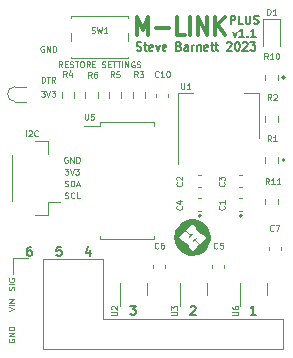
<source format=gbr>
%TF.GenerationSoftware,KiCad,Pcbnew,(6.0.8)*%
%TF.CreationDate,2023-03-27T21:19:56+01:00*%
%TF.ProjectId,m-link-plus,6d2d6c69-6e6b-42d7-906c-75732e6b6963,rev?*%
%TF.SameCoordinates,Original*%
%TF.FileFunction,Legend,Top*%
%TF.FilePolarity,Positive*%
%FSLAX46Y46*%
G04 Gerber Fmt 4.6, Leading zero omitted, Abs format (unit mm)*
G04 Created by KiCad (PCBNEW (6.0.8)) date 2023-03-27 21:19:56*
%MOMM*%
%LPD*%
G01*
G04 APERTURE LIST*
%ADD10C,0.175000*%
%ADD11C,0.200000*%
%ADD12C,0.125000*%
%ADD13C,0.187500*%
%ADD14C,0.350000*%
%ADD15C,0.120000*%
%ADD16C,0.100000*%
G04 APERTURE END LIST*
D10*
X90066666Y-73203571D02*
X90166666Y-73239285D01*
X90333333Y-73239285D01*
X90400000Y-73203571D01*
X90433333Y-73167857D01*
X90466666Y-73096428D01*
X90466666Y-73025000D01*
X90433333Y-72953571D01*
X90400000Y-72917857D01*
X90333333Y-72882142D01*
X90200000Y-72846428D01*
X90133333Y-72810714D01*
X90100000Y-72775000D01*
X90066666Y-72703571D01*
X90066666Y-72632142D01*
X90100000Y-72560714D01*
X90133333Y-72525000D01*
X90200000Y-72489285D01*
X90366666Y-72489285D01*
X90466666Y-72525000D01*
X90666666Y-72739285D02*
X90933333Y-72739285D01*
X90766666Y-72489285D02*
X90766666Y-73132142D01*
X90800000Y-73203571D01*
X90866666Y-73239285D01*
X90933333Y-73239285D01*
X91433333Y-73203571D02*
X91366666Y-73239285D01*
X91233333Y-73239285D01*
X91166666Y-73203571D01*
X91133333Y-73132142D01*
X91133333Y-72846428D01*
X91166666Y-72775000D01*
X91233333Y-72739285D01*
X91366666Y-72739285D01*
X91433333Y-72775000D01*
X91466666Y-72846428D01*
X91466666Y-72917857D01*
X91133333Y-72989285D01*
X91700000Y-72739285D02*
X91866666Y-73239285D01*
X92033333Y-72739285D01*
X92566666Y-73203571D02*
X92500000Y-73239285D01*
X92366666Y-73239285D01*
X92300000Y-73203571D01*
X92266666Y-73132142D01*
X92266666Y-72846428D01*
X92300000Y-72775000D01*
X92366666Y-72739285D01*
X92500000Y-72739285D01*
X92566666Y-72775000D01*
X92600000Y-72846428D01*
X92600000Y-72917857D01*
X92266666Y-72989285D01*
X93666666Y-72846428D02*
X93766666Y-72882142D01*
X93800000Y-72917857D01*
X93833333Y-72989285D01*
X93833333Y-73096428D01*
X93800000Y-73167857D01*
X93766666Y-73203571D01*
X93700000Y-73239285D01*
X93433333Y-73239285D01*
X93433333Y-72489285D01*
X93666666Y-72489285D01*
X93733333Y-72525000D01*
X93766666Y-72560714D01*
X93800000Y-72632142D01*
X93800000Y-72703571D01*
X93766666Y-72775000D01*
X93733333Y-72810714D01*
X93666666Y-72846428D01*
X93433333Y-72846428D01*
X94433333Y-73239285D02*
X94433333Y-72846428D01*
X94400000Y-72775000D01*
X94333333Y-72739285D01*
X94200000Y-72739285D01*
X94133333Y-72775000D01*
X94433333Y-73203571D02*
X94366666Y-73239285D01*
X94200000Y-73239285D01*
X94133333Y-73203571D01*
X94100000Y-73132142D01*
X94100000Y-73060714D01*
X94133333Y-72989285D01*
X94200000Y-72953571D01*
X94366666Y-72953571D01*
X94433333Y-72917857D01*
X94766666Y-73239285D02*
X94766666Y-72739285D01*
X94766666Y-72882142D02*
X94800000Y-72810714D01*
X94833333Y-72775000D01*
X94900000Y-72739285D01*
X94966666Y-72739285D01*
X95200000Y-72739285D02*
X95200000Y-73239285D01*
X95200000Y-72810714D02*
X95233333Y-72775000D01*
X95300000Y-72739285D01*
X95400000Y-72739285D01*
X95466666Y-72775000D01*
X95500000Y-72846428D01*
X95500000Y-73239285D01*
X96100000Y-73203571D02*
X96033333Y-73239285D01*
X95900000Y-73239285D01*
X95833333Y-73203571D01*
X95800000Y-73132142D01*
X95800000Y-72846428D01*
X95833333Y-72775000D01*
X95900000Y-72739285D01*
X96033333Y-72739285D01*
X96100000Y-72775000D01*
X96133333Y-72846428D01*
X96133333Y-72917857D01*
X95800000Y-72989285D01*
X96333333Y-72739285D02*
X96600000Y-72739285D01*
X96433333Y-72489285D02*
X96433333Y-73132142D01*
X96466666Y-73203571D01*
X96533333Y-73239285D01*
X96600000Y-73239285D01*
X96733333Y-72739285D02*
X97000000Y-72739285D01*
X96833333Y-72489285D02*
X96833333Y-73132142D01*
X96866666Y-73203571D01*
X96933333Y-73239285D01*
X97000000Y-73239285D01*
X97733333Y-72560714D02*
X97766666Y-72525000D01*
X97833333Y-72489285D01*
X98000000Y-72489285D01*
X98066666Y-72525000D01*
X98100000Y-72560714D01*
X98133333Y-72632142D01*
X98133333Y-72703571D01*
X98100000Y-72810714D01*
X97700000Y-73239285D01*
X98133333Y-73239285D01*
X98566666Y-72489285D02*
X98633333Y-72489285D01*
X98700000Y-72525000D01*
X98733333Y-72560714D01*
X98766666Y-72632142D01*
X98800000Y-72775000D01*
X98800000Y-72953571D01*
X98766666Y-73096428D01*
X98733333Y-73167857D01*
X98700000Y-73203571D01*
X98633333Y-73239285D01*
X98566666Y-73239285D01*
X98500000Y-73203571D01*
X98466666Y-73167857D01*
X98433333Y-73096428D01*
X98400000Y-72953571D01*
X98400000Y-72775000D01*
X98433333Y-72632142D01*
X98466666Y-72560714D01*
X98500000Y-72525000D01*
X98566666Y-72489285D01*
X99066666Y-72560714D02*
X99100000Y-72525000D01*
X99166666Y-72489285D01*
X99333333Y-72489285D01*
X99400000Y-72525000D01*
X99433333Y-72560714D01*
X99466666Y-72632142D01*
X99466666Y-72703571D01*
X99433333Y-72810714D01*
X99033333Y-73239285D01*
X99466666Y-73239285D01*
X99700000Y-72489285D02*
X100133333Y-72489285D01*
X99900000Y-72775000D01*
X100000000Y-72775000D01*
X100066666Y-72810714D01*
X100100000Y-72846428D01*
X100133333Y-72917857D01*
X100133333Y-73096428D01*
X100100000Y-73167857D01*
X100066666Y-73203571D01*
X100000000Y-73239285D01*
X99800000Y-73239285D01*
X99733333Y-73203571D01*
X99700000Y-73167857D01*
D11*
X99000000Y-87200000D02*
G75*
G03*
X99000000Y-87200000I-100000J0D01*
G01*
X102600000Y-82500000D02*
G75*
G03*
X102600000Y-82500000I-100000J0D01*
G01*
X95500000Y-87200000D02*
G75*
G03*
X95500000Y-87200000I-100000J0D01*
G01*
X102600000Y-75500000D02*
G75*
G03*
X102600000Y-75500000I-100000J0D01*
G01*
D12*
X83980952Y-83226190D02*
X84290476Y-83226190D01*
X84123809Y-83416666D01*
X84195238Y-83416666D01*
X84242857Y-83440476D01*
X84266666Y-83464285D01*
X84290476Y-83511904D01*
X84290476Y-83630952D01*
X84266666Y-83678571D01*
X84242857Y-83702380D01*
X84195238Y-83726190D01*
X84052380Y-83726190D01*
X84004761Y-83702380D01*
X83980952Y-83678571D01*
X84433333Y-83226190D02*
X84600000Y-83726190D01*
X84766666Y-83226190D01*
X84885714Y-83226190D02*
X85195238Y-83226190D01*
X85028571Y-83416666D01*
X85100000Y-83416666D01*
X85147619Y-83440476D01*
X85171428Y-83464285D01*
X85195238Y-83511904D01*
X85195238Y-83630952D01*
X85171428Y-83678571D01*
X85147619Y-83702380D01*
X85100000Y-83726190D01*
X84957142Y-83726190D01*
X84909523Y-83702380D01*
X84885714Y-83678571D01*
X79250000Y-97630952D02*
X79226190Y-97678571D01*
X79226190Y-97750000D01*
X79250000Y-97821428D01*
X79297619Y-97869047D01*
X79345238Y-97892857D01*
X79440476Y-97916666D01*
X79511904Y-97916666D01*
X79607142Y-97892857D01*
X79654761Y-97869047D01*
X79702380Y-97821428D01*
X79726190Y-97750000D01*
X79726190Y-97702380D01*
X79702380Y-97630952D01*
X79678571Y-97607142D01*
X79511904Y-97607142D01*
X79511904Y-97702380D01*
X79726190Y-97392857D02*
X79226190Y-97392857D01*
X79726190Y-97107142D01*
X79226190Y-97107142D01*
X79726190Y-96869047D02*
X79226190Y-96869047D01*
X79226190Y-96750000D01*
X79250000Y-96678571D01*
X79297619Y-96630952D01*
X79345238Y-96607142D01*
X79440476Y-96583333D01*
X79511904Y-96583333D01*
X79607142Y-96607142D01*
X79654761Y-96630952D01*
X79702380Y-96678571D01*
X79726190Y-96750000D01*
X79726190Y-96869047D01*
X79226190Y-95297619D02*
X79726190Y-95130952D01*
X79226190Y-94964285D01*
X79726190Y-94797619D02*
X79226190Y-94797619D01*
X79726190Y-94559523D02*
X79226190Y-94559523D01*
X79726190Y-94273809D01*
X79226190Y-94273809D01*
D13*
X81142857Y-89839285D02*
X81000000Y-89839285D01*
X80928571Y-89875000D01*
X80892857Y-89910714D01*
X80821428Y-90017857D01*
X80785714Y-90160714D01*
X80785714Y-90446428D01*
X80821428Y-90517857D01*
X80857142Y-90553571D01*
X80928571Y-90589285D01*
X81071428Y-90589285D01*
X81142857Y-90553571D01*
X81178571Y-90517857D01*
X81214285Y-90446428D01*
X81214285Y-90267857D01*
X81178571Y-90196428D01*
X81142857Y-90160714D01*
X81071428Y-90125000D01*
X80928571Y-90125000D01*
X80857142Y-90160714D01*
X80821428Y-90196428D01*
X80785714Y-90267857D01*
D12*
X82219047Y-72850000D02*
X82171428Y-72826190D01*
X82100000Y-72826190D01*
X82028571Y-72850000D01*
X81980952Y-72897619D01*
X81957142Y-72945238D01*
X81933333Y-73040476D01*
X81933333Y-73111904D01*
X81957142Y-73207142D01*
X81980952Y-73254761D01*
X82028571Y-73302380D01*
X82100000Y-73326190D01*
X82147619Y-73326190D01*
X82219047Y-73302380D01*
X82242857Y-73278571D01*
X82242857Y-73111904D01*
X82147619Y-73111904D01*
X82457142Y-73326190D02*
X82457142Y-72826190D01*
X82742857Y-73326190D01*
X82742857Y-72826190D01*
X82980952Y-73326190D02*
X82980952Y-72826190D01*
X83100000Y-72826190D01*
X83171428Y-72850000D01*
X83219047Y-72897619D01*
X83242857Y-72945238D01*
X83266666Y-73040476D01*
X83266666Y-73111904D01*
X83242857Y-73207142D01*
X83219047Y-73254761D01*
X83171428Y-73302380D01*
X83100000Y-73326190D01*
X82980952Y-73326190D01*
X81980952Y-76626190D02*
X82290476Y-76626190D01*
X82123809Y-76816666D01*
X82195238Y-76816666D01*
X82242857Y-76840476D01*
X82266666Y-76864285D01*
X82290476Y-76911904D01*
X82290476Y-77030952D01*
X82266666Y-77078571D01*
X82242857Y-77102380D01*
X82195238Y-77126190D01*
X82052380Y-77126190D01*
X82004761Y-77102380D01*
X81980952Y-77078571D01*
X82433333Y-76626190D02*
X82600000Y-77126190D01*
X82766666Y-76626190D01*
X82885714Y-76626190D02*
X83195238Y-76626190D01*
X83028571Y-76816666D01*
X83100000Y-76816666D01*
X83147619Y-76840476D01*
X83171428Y-76864285D01*
X83195238Y-76911904D01*
X83195238Y-77030952D01*
X83171428Y-77078571D01*
X83147619Y-77102380D01*
X83100000Y-77126190D01*
X82957142Y-77126190D01*
X82909523Y-77102380D01*
X82885714Y-77078571D01*
D14*
X90133333Y-71878571D02*
X90133333Y-70378571D01*
X90600000Y-71450000D01*
X91066666Y-70378571D01*
X91066666Y-71878571D01*
X91733333Y-71307142D02*
X92800000Y-71307142D01*
X94133333Y-71878571D02*
X93466666Y-71878571D01*
X93466666Y-70378571D01*
X94600000Y-71878571D02*
X94600000Y-70378571D01*
X95266666Y-71878571D02*
X95266666Y-70378571D01*
X96066666Y-71878571D01*
X96066666Y-70378571D01*
X96733333Y-71878571D02*
X96733333Y-70378571D01*
X97533333Y-71878571D02*
X96933333Y-71021428D01*
X97533333Y-70378571D02*
X96733333Y-71235714D01*
D12*
X82028571Y-75926190D02*
X82028571Y-75426190D01*
X82147619Y-75426190D01*
X82219047Y-75450000D01*
X82266666Y-75497619D01*
X82290476Y-75545238D01*
X82314285Y-75640476D01*
X82314285Y-75711904D01*
X82290476Y-75807142D01*
X82266666Y-75854761D01*
X82219047Y-75902380D01*
X82147619Y-75926190D01*
X82028571Y-75926190D01*
X82457142Y-75426190D02*
X82742857Y-75426190D01*
X82600000Y-75926190D02*
X82600000Y-75426190D01*
X83195238Y-75926190D02*
X83028571Y-75688095D01*
X82909523Y-75926190D02*
X82909523Y-75426190D01*
X83100000Y-75426190D01*
X83147619Y-75450000D01*
X83171428Y-75473809D01*
X83195238Y-75521428D01*
X83195238Y-75592857D01*
X83171428Y-75640476D01*
X83147619Y-75664285D01*
X83100000Y-75688095D01*
X82909523Y-75688095D01*
D10*
X98033333Y-70953166D02*
X98033333Y-70253166D01*
X98300000Y-70253166D01*
X98366666Y-70286500D01*
X98400000Y-70319833D01*
X98433333Y-70386500D01*
X98433333Y-70486500D01*
X98400000Y-70553166D01*
X98366666Y-70586500D01*
X98300000Y-70619833D01*
X98033333Y-70619833D01*
X99066666Y-70953166D02*
X98733333Y-70953166D01*
X98733333Y-70253166D01*
X99300000Y-70253166D02*
X99300000Y-70819833D01*
X99333333Y-70886500D01*
X99366666Y-70919833D01*
X99433333Y-70953166D01*
X99566666Y-70953166D01*
X99633333Y-70919833D01*
X99666666Y-70886500D01*
X99700000Y-70819833D01*
X99700000Y-70253166D01*
X100000000Y-70919833D02*
X100100000Y-70953166D01*
X100266666Y-70953166D01*
X100333333Y-70919833D01*
X100366666Y-70886500D01*
X100400000Y-70819833D01*
X100400000Y-70753166D01*
X100366666Y-70686500D01*
X100333333Y-70653166D01*
X100266666Y-70619833D01*
X100133333Y-70586500D01*
X100066666Y-70553166D01*
X100033333Y-70519833D01*
X100000000Y-70453166D01*
X100000000Y-70386500D01*
X100033333Y-70319833D01*
X100066666Y-70286500D01*
X100133333Y-70253166D01*
X100300000Y-70253166D01*
X100400000Y-70286500D01*
X98200000Y-71613500D02*
X98366666Y-72080166D01*
X98533333Y-71613500D01*
X99166666Y-72080166D02*
X98766666Y-72080166D01*
X98966666Y-72080166D02*
X98966666Y-71380166D01*
X98900000Y-71480166D01*
X98833333Y-71546833D01*
X98766666Y-71580166D01*
X99466666Y-72013500D02*
X99500000Y-72046833D01*
X99466666Y-72080166D01*
X99433333Y-72046833D01*
X99466666Y-72013500D01*
X99466666Y-72080166D01*
X100166666Y-72080166D02*
X99766666Y-72080166D01*
X99966666Y-72080166D02*
X99966666Y-71380166D01*
X99900000Y-71480166D01*
X99833333Y-71546833D01*
X99766666Y-71580166D01*
D12*
X84219047Y-82250000D02*
X84171428Y-82226190D01*
X84100000Y-82226190D01*
X84028571Y-82250000D01*
X83980952Y-82297619D01*
X83957142Y-82345238D01*
X83933333Y-82440476D01*
X83933333Y-82511904D01*
X83957142Y-82607142D01*
X83980952Y-82654761D01*
X84028571Y-82702380D01*
X84100000Y-82726190D01*
X84147619Y-82726190D01*
X84219047Y-82702380D01*
X84242857Y-82678571D01*
X84242857Y-82511904D01*
X84147619Y-82511904D01*
X84457142Y-82726190D02*
X84457142Y-82226190D01*
X84742857Y-82726190D01*
X84742857Y-82226190D01*
X84980952Y-82726190D02*
X84980952Y-82226190D01*
X85100000Y-82226190D01*
X85171428Y-82250000D01*
X85219047Y-82297619D01*
X85242857Y-82345238D01*
X85266666Y-82440476D01*
X85266666Y-82511904D01*
X85242857Y-82607142D01*
X85219047Y-82654761D01*
X85171428Y-82702380D01*
X85100000Y-82726190D01*
X84980952Y-82726190D01*
X84004761Y-85702380D02*
X84076190Y-85726190D01*
X84195238Y-85726190D01*
X84242857Y-85702380D01*
X84266666Y-85678571D01*
X84290476Y-85630952D01*
X84290476Y-85583333D01*
X84266666Y-85535714D01*
X84242857Y-85511904D01*
X84195238Y-85488095D01*
X84100000Y-85464285D01*
X84052380Y-85440476D01*
X84028571Y-85416666D01*
X84004761Y-85369047D01*
X84004761Y-85321428D01*
X84028571Y-85273809D01*
X84052380Y-85250000D01*
X84100000Y-85226190D01*
X84219047Y-85226190D01*
X84290476Y-85250000D01*
X84790476Y-85678571D02*
X84766666Y-85702380D01*
X84695238Y-85726190D01*
X84647619Y-85726190D01*
X84576190Y-85702380D01*
X84528571Y-85654761D01*
X84504761Y-85607142D01*
X84480952Y-85511904D01*
X84480952Y-85440476D01*
X84504761Y-85345238D01*
X84528571Y-85297619D01*
X84576190Y-85250000D01*
X84647619Y-85226190D01*
X84695238Y-85226190D01*
X84766666Y-85250000D01*
X84790476Y-85273809D01*
X85242857Y-85726190D02*
X85004761Y-85726190D01*
X85004761Y-85226190D01*
X83992857Y-84702380D02*
X84064285Y-84726190D01*
X84183333Y-84726190D01*
X84230952Y-84702380D01*
X84254761Y-84678571D01*
X84278571Y-84630952D01*
X84278571Y-84583333D01*
X84254761Y-84535714D01*
X84230952Y-84511904D01*
X84183333Y-84488095D01*
X84088095Y-84464285D01*
X84040476Y-84440476D01*
X84016666Y-84416666D01*
X83992857Y-84369047D01*
X83992857Y-84321428D01*
X84016666Y-84273809D01*
X84040476Y-84250000D01*
X84088095Y-84226190D01*
X84207142Y-84226190D01*
X84278571Y-84250000D01*
X84492857Y-84726190D02*
X84492857Y-84226190D01*
X84611904Y-84226190D01*
X84683333Y-84250000D01*
X84730952Y-84297619D01*
X84754761Y-84345238D01*
X84778571Y-84440476D01*
X84778571Y-84511904D01*
X84754761Y-84607142D01*
X84730952Y-84654761D01*
X84683333Y-84702380D01*
X84611904Y-84726190D01*
X84492857Y-84726190D01*
X84969047Y-84583333D02*
X85207142Y-84583333D01*
X84921428Y-84726190D02*
X85088095Y-84226190D01*
X85254761Y-84726190D01*
D13*
X100144285Y-95589285D02*
X99715714Y-95589285D01*
X99930000Y-95589285D02*
X99930000Y-94839285D01*
X99858571Y-94946428D01*
X99787142Y-95017857D01*
X99715714Y-95053571D01*
X94660714Y-94910714D02*
X94696428Y-94875000D01*
X94767857Y-94839285D01*
X94946428Y-94839285D01*
X95017857Y-94875000D01*
X95053571Y-94910714D01*
X95089285Y-94982142D01*
X95089285Y-95053571D01*
X95053571Y-95160714D01*
X94625000Y-95589285D01*
X95089285Y-95589285D01*
X83678571Y-89839285D02*
X83321428Y-89839285D01*
X83285714Y-90196428D01*
X83321428Y-90160714D01*
X83392857Y-90125000D01*
X83571428Y-90125000D01*
X83642857Y-90160714D01*
X83678571Y-90196428D01*
X83714285Y-90267857D01*
X83714285Y-90446428D01*
X83678571Y-90517857D01*
X83642857Y-90553571D01*
X83571428Y-90589285D01*
X83392857Y-90589285D01*
X83321428Y-90553571D01*
X83285714Y-90517857D01*
X89545000Y-94839285D02*
X90009285Y-94839285D01*
X89759285Y-95125000D01*
X89866428Y-95125000D01*
X89937857Y-95160714D01*
X89973571Y-95196428D01*
X90009285Y-95267857D01*
X90009285Y-95446428D01*
X89973571Y-95517857D01*
X89937857Y-95553571D01*
X89866428Y-95589285D01*
X89652142Y-95589285D01*
X89580714Y-95553571D01*
X89545000Y-95517857D01*
D12*
X79702380Y-93511904D02*
X79726190Y-93440476D01*
X79726190Y-93321428D01*
X79702380Y-93273809D01*
X79678571Y-93250000D01*
X79630952Y-93226190D01*
X79583333Y-93226190D01*
X79535714Y-93250000D01*
X79511904Y-93273809D01*
X79488095Y-93321428D01*
X79464285Y-93416666D01*
X79440476Y-93464285D01*
X79416666Y-93488095D01*
X79369047Y-93511904D01*
X79321428Y-93511904D01*
X79273809Y-93488095D01*
X79250000Y-93464285D01*
X79226190Y-93416666D01*
X79226190Y-93297619D01*
X79250000Y-93226190D01*
X79726190Y-93011904D02*
X79226190Y-93011904D01*
X79250000Y-92511904D02*
X79226190Y-92559523D01*
X79226190Y-92630952D01*
X79250000Y-92702380D01*
X79297619Y-92750000D01*
X79345238Y-92773809D01*
X79440476Y-92797619D01*
X79511904Y-92797619D01*
X79607142Y-92773809D01*
X79654761Y-92750000D01*
X79702380Y-92702380D01*
X79726190Y-92630952D01*
X79726190Y-92583333D01*
X79702380Y-92511904D01*
X79678571Y-92488095D01*
X79511904Y-92488095D01*
X79511904Y-92583333D01*
D13*
X86142857Y-90089285D02*
X86142857Y-90589285D01*
X85964285Y-89803571D02*
X85785714Y-90339285D01*
X86250000Y-90339285D01*
D12*
%TO.C,C10*%
X91928571Y-75403571D02*
X91904761Y-75427380D01*
X91833333Y-75451190D01*
X91785714Y-75451190D01*
X91714285Y-75427380D01*
X91666666Y-75379761D01*
X91642857Y-75332142D01*
X91619047Y-75236904D01*
X91619047Y-75165476D01*
X91642857Y-75070238D01*
X91666666Y-75022619D01*
X91714285Y-74975000D01*
X91785714Y-74951190D01*
X91833333Y-74951190D01*
X91904761Y-74975000D01*
X91928571Y-74998809D01*
X92404761Y-75451190D02*
X92119047Y-75451190D01*
X92261904Y-75451190D02*
X92261904Y-74951190D01*
X92214285Y-75022619D01*
X92166666Y-75070238D01*
X92119047Y-75094047D01*
X92714285Y-74951190D02*
X92761904Y-74951190D01*
X92809523Y-74975000D01*
X92833333Y-74998809D01*
X92857142Y-75046428D01*
X92880952Y-75141666D01*
X92880952Y-75260714D01*
X92857142Y-75355952D01*
X92833333Y-75403571D01*
X92809523Y-75427380D01*
X92761904Y-75451190D01*
X92714285Y-75451190D01*
X92666666Y-75427380D01*
X92642857Y-75403571D01*
X92619047Y-75355952D01*
X92595238Y-75260714D01*
X92595238Y-75141666D01*
X92619047Y-75046428D01*
X92642857Y-74998809D01*
X92666666Y-74975000D01*
X92714285Y-74951190D01*
%TO.C,R1*%
X101466666Y-80901190D02*
X101300000Y-80663095D01*
X101180952Y-80901190D02*
X101180952Y-80401190D01*
X101371428Y-80401190D01*
X101419047Y-80425000D01*
X101442857Y-80448809D01*
X101466666Y-80496428D01*
X101466666Y-80567857D01*
X101442857Y-80615476D01*
X101419047Y-80639285D01*
X101371428Y-80663095D01*
X101180952Y-80663095D01*
X101942857Y-80901190D02*
X101657142Y-80901190D01*
X101800000Y-80901190D02*
X101800000Y-80401190D01*
X101752380Y-80472619D01*
X101704761Y-80520238D01*
X101657142Y-80544047D01*
%TO.C,U3*%
X93001190Y-95630952D02*
X93405952Y-95630952D01*
X93453571Y-95607142D01*
X93477380Y-95583333D01*
X93501190Y-95535714D01*
X93501190Y-95440476D01*
X93477380Y-95392857D01*
X93453571Y-95369047D01*
X93405952Y-95345238D01*
X93001190Y-95345238D01*
X93001190Y-95154761D02*
X93001190Y-94845238D01*
X93191666Y-95011904D01*
X93191666Y-94940476D01*
X93215476Y-94892857D01*
X93239285Y-94869047D01*
X93286904Y-94845238D01*
X93405952Y-94845238D01*
X93453571Y-94869047D01*
X93477380Y-94892857D01*
X93501190Y-94940476D01*
X93501190Y-95083333D01*
X93477380Y-95130952D01*
X93453571Y-95154761D01*
%TO.C,U1*%
X93839047Y-75976190D02*
X93839047Y-76380952D01*
X93862857Y-76428571D01*
X93886666Y-76452380D01*
X93934285Y-76476190D01*
X94029523Y-76476190D01*
X94077142Y-76452380D01*
X94100952Y-76428571D01*
X94124761Y-76380952D01*
X94124761Y-75976190D01*
X94624761Y-76476190D02*
X94339047Y-76476190D01*
X94481904Y-76476190D02*
X94481904Y-75976190D01*
X94434285Y-76047619D01*
X94386666Y-76095238D01*
X94339047Y-76119047D01*
%TO.C,D1*%
X101130952Y-70188690D02*
X101130952Y-69688690D01*
X101250000Y-69688690D01*
X101321428Y-69712500D01*
X101369047Y-69760119D01*
X101392857Y-69807738D01*
X101416666Y-69902976D01*
X101416666Y-69974404D01*
X101392857Y-70069642D01*
X101369047Y-70117261D01*
X101321428Y-70164880D01*
X101250000Y-70188690D01*
X101130952Y-70188690D01*
X101892857Y-70188690D02*
X101607142Y-70188690D01*
X101750000Y-70188690D02*
X101750000Y-69688690D01*
X101702380Y-69760119D01*
X101654761Y-69807738D01*
X101607142Y-69831547D01*
%TO.C,SW1*%
X86258333Y-71702380D02*
X86329761Y-71726190D01*
X86448809Y-71726190D01*
X86496428Y-71702380D01*
X86520238Y-71678571D01*
X86544047Y-71630952D01*
X86544047Y-71583333D01*
X86520238Y-71535714D01*
X86496428Y-71511904D01*
X86448809Y-71488095D01*
X86353571Y-71464285D01*
X86305952Y-71440476D01*
X86282142Y-71416666D01*
X86258333Y-71369047D01*
X86258333Y-71321428D01*
X86282142Y-71273809D01*
X86305952Y-71250000D01*
X86353571Y-71226190D01*
X86472619Y-71226190D01*
X86544047Y-71250000D01*
X86710714Y-71226190D02*
X86829761Y-71726190D01*
X86925000Y-71369047D01*
X87020238Y-71726190D01*
X87139285Y-71226190D01*
X87591666Y-71726190D02*
X87305952Y-71726190D01*
X87448809Y-71726190D02*
X87448809Y-71226190D01*
X87401190Y-71297619D01*
X87353571Y-71345238D01*
X87305952Y-71369047D01*
X83782142Y-74626190D02*
X83615476Y-74388095D01*
X83496428Y-74626190D02*
X83496428Y-74126190D01*
X83686904Y-74126190D01*
X83734523Y-74150000D01*
X83758333Y-74173809D01*
X83782142Y-74221428D01*
X83782142Y-74292857D01*
X83758333Y-74340476D01*
X83734523Y-74364285D01*
X83686904Y-74388095D01*
X83496428Y-74388095D01*
X83996428Y-74364285D02*
X84163095Y-74364285D01*
X84234523Y-74626190D02*
X83996428Y-74626190D01*
X83996428Y-74126190D01*
X84234523Y-74126190D01*
X84425000Y-74602380D02*
X84496428Y-74626190D01*
X84615476Y-74626190D01*
X84663095Y-74602380D01*
X84686904Y-74578571D01*
X84710714Y-74530952D01*
X84710714Y-74483333D01*
X84686904Y-74435714D01*
X84663095Y-74411904D01*
X84615476Y-74388095D01*
X84520238Y-74364285D01*
X84472619Y-74340476D01*
X84448809Y-74316666D01*
X84425000Y-74269047D01*
X84425000Y-74221428D01*
X84448809Y-74173809D01*
X84472619Y-74150000D01*
X84520238Y-74126190D01*
X84639285Y-74126190D01*
X84710714Y-74150000D01*
X84853571Y-74126190D02*
X85139285Y-74126190D01*
X84996428Y-74626190D02*
X84996428Y-74126190D01*
X85401190Y-74126190D02*
X85496428Y-74126190D01*
X85544047Y-74150000D01*
X85591666Y-74197619D01*
X85615476Y-74292857D01*
X85615476Y-74459523D01*
X85591666Y-74554761D01*
X85544047Y-74602380D01*
X85496428Y-74626190D01*
X85401190Y-74626190D01*
X85353571Y-74602380D01*
X85305952Y-74554761D01*
X85282142Y-74459523D01*
X85282142Y-74292857D01*
X85305952Y-74197619D01*
X85353571Y-74150000D01*
X85401190Y-74126190D01*
X86115476Y-74626190D02*
X85948809Y-74388095D01*
X85829761Y-74626190D02*
X85829761Y-74126190D01*
X86020238Y-74126190D01*
X86067857Y-74150000D01*
X86091666Y-74173809D01*
X86115476Y-74221428D01*
X86115476Y-74292857D01*
X86091666Y-74340476D01*
X86067857Y-74364285D01*
X86020238Y-74388095D01*
X85829761Y-74388095D01*
X86329761Y-74364285D02*
X86496428Y-74364285D01*
X86567857Y-74626190D02*
X86329761Y-74626190D01*
X86329761Y-74126190D01*
X86567857Y-74126190D01*
X87139285Y-74602380D02*
X87210714Y-74626190D01*
X87329761Y-74626190D01*
X87377380Y-74602380D01*
X87401190Y-74578571D01*
X87425000Y-74530952D01*
X87425000Y-74483333D01*
X87401190Y-74435714D01*
X87377380Y-74411904D01*
X87329761Y-74388095D01*
X87234523Y-74364285D01*
X87186904Y-74340476D01*
X87163095Y-74316666D01*
X87139285Y-74269047D01*
X87139285Y-74221428D01*
X87163095Y-74173809D01*
X87186904Y-74150000D01*
X87234523Y-74126190D01*
X87353571Y-74126190D01*
X87425000Y-74150000D01*
X87639285Y-74364285D02*
X87805952Y-74364285D01*
X87877380Y-74626190D02*
X87639285Y-74626190D01*
X87639285Y-74126190D01*
X87877380Y-74126190D01*
X88020238Y-74126190D02*
X88305952Y-74126190D01*
X88163095Y-74626190D02*
X88163095Y-74126190D01*
X88401190Y-74126190D02*
X88686904Y-74126190D01*
X88544047Y-74626190D02*
X88544047Y-74126190D01*
X88853571Y-74626190D02*
X88853571Y-74126190D01*
X89091666Y-74626190D02*
X89091666Y-74126190D01*
X89377380Y-74626190D01*
X89377380Y-74126190D01*
X89877380Y-74150000D02*
X89829761Y-74126190D01*
X89758333Y-74126190D01*
X89686904Y-74150000D01*
X89639285Y-74197619D01*
X89615476Y-74245238D01*
X89591666Y-74340476D01*
X89591666Y-74411904D01*
X89615476Y-74507142D01*
X89639285Y-74554761D01*
X89686904Y-74602380D01*
X89758333Y-74626190D01*
X89805952Y-74626190D01*
X89877380Y-74602380D01*
X89901190Y-74578571D01*
X89901190Y-74411904D01*
X89805952Y-74411904D01*
X90091666Y-74602380D02*
X90163095Y-74626190D01*
X90282142Y-74626190D01*
X90329761Y-74602380D01*
X90353571Y-74578571D01*
X90377380Y-74530952D01*
X90377380Y-74483333D01*
X90353571Y-74435714D01*
X90329761Y-74411904D01*
X90282142Y-74388095D01*
X90186904Y-74364285D01*
X90139285Y-74340476D01*
X90115476Y-74316666D01*
X90091666Y-74269047D01*
X90091666Y-74221428D01*
X90115476Y-74173809D01*
X90139285Y-74150000D01*
X90186904Y-74126190D01*
X90305952Y-74126190D01*
X90377380Y-74150000D01*
%TO.C,U6*%
X98181190Y-95630952D02*
X98585952Y-95630952D01*
X98633571Y-95607142D01*
X98657380Y-95583333D01*
X98681190Y-95535714D01*
X98681190Y-95440476D01*
X98657380Y-95392857D01*
X98633571Y-95369047D01*
X98585952Y-95345238D01*
X98181190Y-95345238D01*
X98181190Y-94892857D02*
X98181190Y-94988095D01*
X98205000Y-95035714D01*
X98228809Y-95059523D01*
X98300238Y-95107142D01*
X98395476Y-95130952D01*
X98585952Y-95130952D01*
X98633571Y-95107142D01*
X98657380Y-95083333D01*
X98681190Y-95035714D01*
X98681190Y-94940476D01*
X98657380Y-94892857D01*
X98633571Y-94869047D01*
X98585952Y-94845238D01*
X98466904Y-94845238D01*
X98419285Y-94869047D01*
X98395476Y-94892857D01*
X98371666Y-94940476D01*
X98371666Y-95035714D01*
X98395476Y-95083333D01*
X98419285Y-95107142D01*
X98466904Y-95130952D01*
%TO.C,C1*%
X97478571Y-86383333D02*
X97502380Y-86407142D01*
X97526190Y-86478571D01*
X97526190Y-86526190D01*
X97502380Y-86597619D01*
X97454761Y-86645238D01*
X97407142Y-86669047D01*
X97311904Y-86692857D01*
X97240476Y-86692857D01*
X97145238Y-86669047D01*
X97097619Y-86645238D01*
X97050000Y-86597619D01*
X97026190Y-86526190D01*
X97026190Y-86478571D01*
X97050000Y-86407142D01*
X97073809Y-86383333D01*
X97526190Y-85907142D02*
X97526190Y-86192857D01*
X97526190Y-86050000D02*
X97026190Y-86050000D01*
X97097619Y-86097619D01*
X97145238Y-86145238D01*
X97169047Y-86192857D01*
%TO.C,C3*%
X97478571Y-84383333D02*
X97502380Y-84407142D01*
X97526190Y-84478571D01*
X97526190Y-84526190D01*
X97502380Y-84597619D01*
X97454761Y-84645238D01*
X97407142Y-84669047D01*
X97311904Y-84692857D01*
X97240476Y-84692857D01*
X97145238Y-84669047D01*
X97097619Y-84645238D01*
X97050000Y-84597619D01*
X97026190Y-84526190D01*
X97026190Y-84478571D01*
X97050000Y-84407142D01*
X97073809Y-84383333D01*
X97026190Y-84216666D02*
X97026190Y-83907142D01*
X97216666Y-84073809D01*
X97216666Y-84002380D01*
X97240476Y-83954761D01*
X97264285Y-83930952D01*
X97311904Y-83907142D01*
X97430952Y-83907142D01*
X97478571Y-83930952D01*
X97502380Y-83954761D01*
X97526190Y-84002380D01*
X97526190Y-84145238D01*
X97502380Y-84192857D01*
X97478571Y-84216666D01*
%TO.C,C7*%
X101666666Y-88428571D02*
X101642857Y-88452380D01*
X101571428Y-88476190D01*
X101523809Y-88476190D01*
X101452380Y-88452380D01*
X101404761Y-88404761D01*
X101380952Y-88357142D01*
X101357142Y-88261904D01*
X101357142Y-88190476D01*
X101380952Y-88095238D01*
X101404761Y-88047619D01*
X101452380Y-88000000D01*
X101523809Y-87976190D01*
X101571428Y-87976190D01*
X101642857Y-88000000D01*
X101666666Y-88023809D01*
X101833333Y-87976190D02*
X102166666Y-87976190D01*
X101952380Y-88476190D01*
%TO.C,U2*%
X87921190Y-95630952D02*
X88325952Y-95630952D01*
X88373571Y-95607142D01*
X88397380Y-95583333D01*
X88421190Y-95535714D01*
X88421190Y-95440476D01*
X88397380Y-95392857D01*
X88373571Y-95369047D01*
X88325952Y-95345238D01*
X87921190Y-95345238D01*
X87968809Y-95130952D02*
X87945000Y-95107142D01*
X87921190Y-95059523D01*
X87921190Y-94940476D01*
X87945000Y-94892857D01*
X87968809Y-94869047D01*
X88016428Y-94845238D01*
X88064047Y-94845238D01*
X88135476Y-94869047D01*
X88421190Y-95154761D01*
X88421190Y-94845238D01*
%TO.C,C4*%
X93878571Y-86383333D02*
X93902380Y-86407142D01*
X93926190Y-86478571D01*
X93926190Y-86526190D01*
X93902380Y-86597619D01*
X93854761Y-86645238D01*
X93807142Y-86669047D01*
X93711904Y-86692857D01*
X93640476Y-86692857D01*
X93545238Y-86669047D01*
X93497619Y-86645238D01*
X93450000Y-86597619D01*
X93426190Y-86526190D01*
X93426190Y-86478571D01*
X93450000Y-86407142D01*
X93473809Y-86383333D01*
X93592857Y-85954761D02*
X93926190Y-85954761D01*
X93402380Y-86073809D02*
X93759523Y-86192857D01*
X93759523Y-85883333D01*
%TO.C,U5*%
X85669047Y-78576190D02*
X85669047Y-78980952D01*
X85692857Y-79028571D01*
X85716666Y-79052380D01*
X85764285Y-79076190D01*
X85859523Y-79076190D01*
X85907142Y-79052380D01*
X85930952Y-79028571D01*
X85954761Y-78980952D01*
X85954761Y-78576190D01*
X86430952Y-78576190D02*
X86192857Y-78576190D01*
X86169047Y-78814285D01*
X86192857Y-78790476D01*
X86240476Y-78766666D01*
X86359523Y-78766666D01*
X86407142Y-78790476D01*
X86430952Y-78814285D01*
X86454761Y-78861904D01*
X86454761Y-78980952D01*
X86430952Y-79028571D01*
X86407142Y-79052380D01*
X86359523Y-79076190D01*
X86240476Y-79076190D01*
X86192857Y-79052380D01*
X86169047Y-79028571D01*
%TO.C,R10*%
X101178571Y-73926190D02*
X101011904Y-73688095D01*
X100892857Y-73926190D02*
X100892857Y-73426190D01*
X101083333Y-73426190D01*
X101130952Y-73450000D01*
X101154761Y-73473809D01*
X101178571Y-73521428D01*
X101178571Y-73592857D01*
X101154761Y-73640476D01*
X101130952Y-73664285D01*
X101083333Y-73688095D01*
X100892857Y-73688095D01*
X101654761Y-73926190D02*
X101369047Y-73926190D01*
X101511904Y-73926190D02*
X101511904Y-73426190D01*
X101464285Y-73497619D01*
X101416666Y-73545238D01*
X101369047Y-73569047D01*
X101964285Y-73426190D02*
X102011904Y-73426190D01*
X102059523Y-73450000D01*
X102083333Y-73473809D01*
X102107142Y-73521428D01*
X102130952Y-73616666D01*
X102130952Y-73735714D01*
X102107142Y-73830952D01*
X102083333Y-73878571D01*
X102059523Y-73902380D01*
X102011904Y-73926190D01*
X101964285Y-73926190D01*
X101916666Y-73902380D01*
X101892857Y-73878571D01*
X101869047Y-73830952D01*
X101845238Y-73735714D01*
X101845238Y-73616666D01*
X101869047Y-73521428D01*
X101892857Y-73473809D01*
X101916666Y-73450000D01*
X101964285Y-73426190D01*
%TO.C,R4*%
X84141666Y-75426190D02*
X83975000Y-75188095D01*
X83855952Y-75426190D02*
X83855952Y-74926190D01*
X84046428Y-74926190D01*
X84094047Y-74950000D01*
X84117857Y-74973809D01*
X84141666Y-75021428D01*
X84141666Y-75092857D01*
X84117857Y-75140476D01*
X84094047Y-75164285D01*
X84046428Y-75188095D01*
X83855952Y-75188095D01*
X84570238Y-75092857D02*
X84570238Y-75426190D01*
X84451190Y-74902380D02*
X84332142Y-75259523D01*
X84641666Y-75259523D01*
%TO.C,R3*%
X90166666Y-75476190D02*
X90000000Y-75238095D01*
X89880952Y-75476190D02*
X89880952Y-74976190D01*
X90071428Y-74976190D01*
X90119047Y-75000000D01*
X90142857Y-75023809D01*
X90166666Y-75071428D01*
X90166666Y-75142857D01*
X90142857Y-75190476D01*
X90119047Y-75214285D01*
X90071428Y-75238095D01*
X89880952Y-75238095D01*
X90333333Y-74976190D02*
X90642857Y-74976190D01*
X90476190Y-75166666D01*
X90547619Y-75166666D01*
X90595238Y-75190476D01*
X90619047Y-75214285D01*
X90642857Y-75261904D01*
X90642857Y-75380952D01*
X90619047Y-75428571D01*
X90595238Y-75452380D01*
X90547619Y-75476190D01*
X90404761Y-75476190D01*
X90357142Y-75452380D01*
X90333333Y-75428571D01*
%TO.C,C5*%
X96916666Y-89928571D02*
X96892857Y-89952380D01*
X96821428Y-89976190D01*
X96773809Y-89976190D01*
X96702380Y-89952380D01*
X96654761Y-89904761D01*
X96630952Y-89857142D01*
X96607142Y-89761904D01*
X96607142Y-89690476D01*
X96630952Y-89595238D01*
X96654761Y-89547619D01*
X96702380Y-89500000D01*
X96773809Y-89476190D01*
X96821428Y-89476190D01*
X96892857Y-89500000D01*
X96916666Y-89523809D01*
X97369047Y-89476190D02*
X97130952Y-89476190D01*
X97107142Y-89714285D01*
X97130952Y-89690476D01*
X97178571Y-89666666D01*
X97297619Y-89666666D01*
X97345238Y-89690476D01*
X97369047Y-89714285D01*
X97392857Y-89761904D01*
X97392857Y-89880952D01*
X97369047Y-89928571D01*
X97345238Y-89952380D01*
X97297619Y-89976190D01*
X97178571Y-89976190D01*
X97130952Y-89952380D01*
X97107142Y-89928571D01*
%TO.C,J5*%
X80711904Y-80476190D02*
X80711904Y-79976190D01*
X80926190Y-80023809D02*
X80950000Y-80000000D01*
X80997619Y-79976190D01*
X81116666Y-79976190D01*
X81164285Y-80000000D01*
X81188095Y-80023809D01*
X81211904Y-80071428D01*
X81211904Y-80119047D01*
X81188095Y-80190476D01*
X80902380Y-80476190D01*
X81211904Y-80476190D01*
X81711904Y-80428571D02*
X81688095Y-80452380D01*
X81616666Y-80476190D01*
X81569047Y-80476190D01*
X81497619Y-80452380D01*
X81450000Y-80404761D01*
X81426190Y-80357142D01*
X81402380Y-80261904D01*
X81402380Y-80190476D01*
X81426190Y-80095238D01*
X81450000Y-80047619D01*
X81497619Y-80000000D01*
X81569047Y-79976190D01*
X81616666Y-79976190D01*
X81688095Y-80000000D01*
X81711904Y-80023809D01*
%TO.C,C2*%
X93878571Y-84383333D02*
X93902380Y-84407142D01*
X93926190Y-84478571D01*
X93926190Y-84526190D01*
X93902380Y-84597619D01*
X93854761Y-84645238D01*
X93807142Y-84669047D01*
X93711904Y-84692857D01*
X93640476Y-84692857D01*
X93545238Y-84669047D01*
X93497619Y-84645238D01*
X93450000Y-84597619D01*
X93426190Y-84526190D01*
X93426190Y-84478571D01*
X93450000Y-84407142D01*
X93473809Y-84383333D01*
X93473809Y-84192857D02*
X93450000Y-84169047D01*
X93426190Y-84121428D01*
X93426190Y-84002380D01*
X93450000Y-83954761D01*
X93473809Y-83930952D01*
X93521428Y-83907142D01*
X93569047Y-83907142D01*
X93640476Y-83930952D01*
X93926190Y-84216666D01*
X93926190Y-83907142D01*
%TO.C,C6*%
X91916666Y-89928571D02*
X91892857Y-89952380D01*
X91821428Y-89976190D01*
X91773809Y-89976190D01*
X91702380Y-89952380D01*
X91654761Y-89904761D01*
X91630952Y-89857142D01*
X91607142Y-89761904D01*
X91607142Y-89690476D01*
X91630952Y-89595238D01*
X91654761Y-89547619D01*
X91702380Y-89500000D01*
X91773809Y-89476190D01*
X91821428Y-89476190D01*
X91892857Y-89500000D01*
X91916666Y-89523809D01*
X92345238Y-89476190D02*
X92250000Y-89476190D01*
X92202380Y-89500000D01*
X92178571Y-89523809D01*
X92130952Y-89595238D01*
X92107142Y-89690476D01*
X92107142Y-89880952D01*
X92130952Y-89928571D01*
X92154761Y-89952380D01*
X92202380Y-89976190D01*
X92297619Y-89976190D01*
X92345238Y-89952380D01*
X92369047Y-89928571D01*
X92392857Y-89880952D01*
X92392857Y-89761904D01*
X92369047Y-89714285D01*
X92345238Y-89690476D01*
X92297619Y-89666666D01*
X92202380Y-89666666D01*
X92154761Y-89690476D01*
X92130952Y-89714285D01*
X92107142Y-89761904D01*
%TO.C,R11*%
X101278571Y-84526190D02*
X101111904Y-84288095D01*
X100992857Y-84526190D02*
X100992857Y-84026190D01*
X101183333Y-84026190D01*
X101230952Y-84050000D01*
X101254761Y-84073809D01*
X101278571Y-84121428D01*
X101278571Y-84192857D01*
X101254761Y-84240476D01*
X101230952Y-84264285D01*
X101183333Y-84288095D01*
X100992857Y-84288095D01*
X101754761Y-84526190D02*
X101469047Y-84526190D01*
X101611904Y-84526190D02*
X101611904Y-84026190D01*
X101564285Y-84097619D01*
X101516666Y-84145238D01*
X101469047Y-84169047D01*
X102230952Y-84526190D02*
X101945238Y-84526190D01*
X102088095Y-84526190D02*
X102088095Y-84026190D01*
X102040476Y-84097619D01*
X101992857Y-84145238D01*
X101945238Y-84169047D01*
%TO.C,R2*%
X101466666Y-77401190D02*
X101300000Y-77163095D01*
X101180952Y-77401190D02*
X101180952Y-76901190D01*
X101371428Y-76901190D01*
X101419047Y-76925000D01*
X101442857Y-76948809D01*
X101466666Y-76996428D01*
X101466666Y-77067857D01*
X101442857Y-77115476D01*
X101419047Y-77139285D01*
X101371428Y-77163095D01*
X101180952Y-77163095D01*
X101657142Y-76948809D02*
X101680952Y-76925000D01*
X101728571Y-76901190D01*
X101847619Y-76901190D01*
X101895238Y-76925000D01*
X101919047Y-76948809D01*
X101942857Y-76996428D01*
X101942857Y-77044047D01*
X101919047Y-77115476D01*
X101633333Y-77401190D01*
X101942857Y-77401190D01*
%TO.C,R6*%
X86266666Y-75501190D02*
X86100000Y-75263095D01*
X85980952Y-75501190D02*
X85980952Y-75001190D01*
X86171428Y-75001190D01*
X86219047Y-75025000D01*
X86242857Y-75048809D01*
X86266666Y-75096428D01*
X86266666Y-75167857D01*
X86242857Y-75215476D01*
X86219047Y-75239285D01*
X86171428Y-75263095D01*
X85980952Y-75263095D01*
X86695238Y-75001190D02*
X86600000Y-75001190D01*
X86552380Y-75025000D01*
X86528571Y-75048809D01*
X86480952Y-75120238D01*
X86457142Y-75215476D01*
X86457142Y-75405952D01*
X86480952Y-75453571D01*
X86504761Y-75477380D01*
X86552380Y-75501190D01*
X86647619Y-75501190D01*
X86695238Y-75477380D01*
X86719047Y-75453571D01*
X86742857Y-75405952D01*
X86742857Y-75286904D01*
X86719047Y-75239285D01*
X86695238Y-75215476D01*
X86647619Y-75191666D01*
X86552380Y-75191666D01*
X86504761Y-75215476D01*
X86480952Y-75239285D01*
X86457142Y-75286904D01*
%TO.C,R5*%
X88166666Y-75476190D02*
X88000000Y-75238095D01*
X87880952Y-75476190D02*
X87880952Y-74976190D01*
X88071428Y-74976190D01*
X88119047Y-75000000D01*
X88142857Y-75023809D01*
X88166666Y-75071428D01*
X88166666Y-75142857D01*
X88142857Y-75190476D01*
X88119047Y-75214285D01*
X88071428Y-75238095D01*
X87880952Y-75238095D01*
X88619047Y-74976190D02*
X88380952Y-74976190D01*
X88357142Y-75214285D01*
X88380952Y-75190476D01*
X88428571Y-75166666D01*
X88547619Y-75166666D01*
X88595238Y-75190476D01*
X88619047Y-75214285D01*
X88642857Y-75261904D01*
X88642857Y-75380952D01*
X88619047Y-75428571D01*
X88595238Y-75452380D01*
X88547619Y-75476190D01*
X88428571Y-75476190D01*
X88380952Y-75452380D01*
X88357142Y-75428571D01*
%TO.C,G\u002A\u002A\u002A*%
G36*
X93284267Y-88763022D02*
G01*
X93287168Y-88747973D01*
X93349440Y-88519681D01*
X93440145Y-88312347D01*
X93560826Y-88123181D01*
X93713025Y-87949393D01*
X93746702Y-87916874D01*
X93932450Y-87764971D01*
X94131067Y-87646452D01*
X94342051Y-87561520D01*
X94564901Y-87510375D01*
X94799115Y-87493221D01*
X94799763Y-87493221D01*
X95036363Y-87510238D01*
X95261352Y-87560032D01*
X95472359Y-87640711D01*
X95667014Y-87750387D01*
X95842946Y-87887170D01*
X95997785Y-88049171D01*
X96129160Y-88234499D01*
X96234700Y-88441266D01*
X96312035Y-88667581D01*
X96321876Y-88706487D01*
X96343234Y-88835336D01*
X96352399Y-88984559D01*
X96349517Y-89140842D01*
X96334737Y-89290871D01*
X96314213Y-89398387D01*
X96241386Y-89622878D01*
X96139300Y-89829267D01*
X96010522Y-90015413D01*
X95857621Y-90179175D01*
X95683165Y-90318412D01*
X95489720Y-90430983D01*
X95279857Y-90514746D01*
X95056142Y-90567561D01*
X94890929Y-90585065D01*
X94799418Y-90587392D01*
X94705150Y-90585613D01*
X94625027Y-90580146D01*
X94607584Y-90578033D01*
X94377553Y-90528673D01*
X94161594Y-90447521D01*
X93962202Y-90336743D01*
X93781876Y-90198504D01*
X93623113Y-90034970D01*
X93488411Y-89848306D01*
X93380265Y-89640678D01*
X93312846Y-89455265D01*
X93286353Y-89335117D01*
X93269786Y-89193092D01*
X93263608Y-89041917D01*
X93263800Y-89035837D01*
X93682889Y-89035837D01*
X93855091Y-89208039D01*
X93924657Y-89277020D01*
X93974050Y-89323698D01*
X94008116Y-89351481D01*
X94031705Y-89363778D01*
X94049662Y-89363996D01*
X94065811Y-89356187D01*
X94081528Y-89348805D01*
X94098629Y-89349306D01*
X94121354Y-89360862D01*
X94153943Y-89386648D01*
X94200634Y-89429837D01*
X94265668Y-89493603D01*
X94314685Y-89542489D01*
X94391996Y-89620186D01*
X94446779Y-89676837D01*
X94482085Y-89716553D01*
X94500962Y-89743443D01*
X94506460Y-89761618D01*
X94501628Y-89775191D01*
X94493858Y-89784028D01*
X94482803Y-89797806D01*
X94480894Y-89813114D01*
X94491351Y-89834581D01*
X94517390Y-89866839D01*
X94562229Y-89914518D01*
X94629087Y-89982246D01*
X94637448Y-89990642D01*
X94812221Y-90166073D01*
X95068116Y-89910635D01*
X95145860Y-89832274D01*
X95214096Y-89762050D01*
X95269001Y-89704019D01*
X95306748Y-89662237D01*
X95323513Y-89640761D01*
X95324011Y-89639267D01*
X95311907Y-89621404D01*
X95278783Y-89583787D01*
X95229421Y-89531589D01*
X95168602Y-89469984D01*
X95155706Y-89457208D01*
X94987401Y-89291077D01*
X94931631Y-89346847D01*
X94895985Y-89380403D01*
X94874069Y-89390874D01*
X94855055Y-89381326D01*
X94844710Y-89371466D01*
X94832815Y-89356718D01*
X94831082Y-89340725D01*
X94842884Y-89318305D01*
X94871594Y-89284278D01*
X94920585Y-89233461D01*
X94960906Y-89192968D01*
X95024254Y-89130248D01*
X95067732Y-89089843D01*
X95096502Y-89068373D01*
X95115730Y-89062457D01*
X95130580Y-89068715D01*
X95139006Y-89076375D01*
X95156451Y-89097769D01*
X95154888Y-89117512D01*
X95131457Y-89146933D01*
X95117469Y-89161709D01*
X95065178Y-89216290D01*
X95413584Y-89564696D01*
X95933810Y-89045398D01*
X95759807Y-88870739D01*
X95689816Y-88801130D01*
X95640147Y-88754070D01*
X95606233Y-88726267D01*
X95583510Y-88714429D01*
X95567410Y-88715266D01*
X95555536Y-88723473D01*
X95541818Y-88732225D01*
X95525256Y-88731429D01*
X95501463Y-88717869D01*
X95466048Y-88688326D01*
X95414621Y-88639583D01*
X95342794Y-88568423D01*
X95339435Y-88565065D01*
X95255966Y-88481503D01*
X95194864Y-88419501D01*
X95153166Y-88375213D01*
X95127911Y-88344795D01*
X95116133Y-88324400D01*
X95114871Y-88310185D01*
X95121160Y-88298303D01*
X95127681Y-88290268D01*
X95134071Y-88275821D01*
X95128915Y-88256240D01*
X95108942Y-88227135D01*
X95070880Y-88184116D01*
X95011461Y-88122795D01*
X94977464Y-88088640D01*
X94803931Y-87915107D01*
X94283705Y-88434405D01*
X94457964Y-88609321D01*
X94632223Y-88784236D01*
X94687300Y-88730852D01*
X94742378Y-88677469D01*
X94782126Y-88717218D01*
X94821875Y-88756966D01*
X94527303Y-89053076D01*
X94485925Y-89014202D01*
X94444546Y-88975329D01*
X94500393Y-88917709D01*
X94556241Y-88860089D01*
X94208857Y-88509869D01*
X93682889Y-89035837D01*
X93263800Y-89035837D01*
X93268281Y-88894318D01*
X93284267Y-88763022D01*
G37*
D15*
%TO.C,C10*%
X91740000Y-77140580D02*
X91740000Y-76859420D01*
X92760000Y-77140580D02*
X92760000Y-76859420D01*
%TO.C,R1*%
X102022500Y-82737258D02*
X102022500Y-82262742D01*
X100977500Y-82737258D02*
X100977500Y-82262742D01*
%TO.C,U3*%
X95995000Y-92884000D02*
X95995000Y-93884000D01*
X93755000Y-94884000D02*
X93755000Y-92884000D01*
%TO.C,U1*%
X93590000Y-82850000D02*
X93590000Y-76840000D01*
X100410000Y-76840000D02*
X99150000Y-76840000D01*
X100410000Y-80600000D02*
X100410000Y-76840000D01*
X93590000Y-76840000D02*
X94850000Y-76840000D01*
%TO.C,D1*%
X102235000Y-72800000D02*
X102235000Y-70515000D01*
X102235000Y-70515000D02*
X100765000Y-70515000D01*
X100765000Y-70515000D02*
X100765000Y-72800000D01*
%TO.C,SW1*%
X84475000Y-71725000D02*
X84475000Y-72425000D01*
X84475000Y-70325000D02*
X84475000Y-70425000D01*
X84475000Y-73825000D02*
X89375000Y-73825000D01*
X89375000Y-73825000D02*
X89375000Y-73725000D01*
X89375000Y-70325000D02*
X89375000Y-70425000D01*
X89375000Y-71725000D02*
X89375000Y-72425000D01*
X89375000Y-70325000D02*
X84475000Y-70325000D01*
X84475000Y-73725000D02*
X84475000Y-73825000D01*
%TO.C,U6*%
X98835000Y-94884000D02*
X98835000Y-92884000D01*
X101075000Y-92884000D02*
X101075000Y-93884000D01*
%TO.C,C1*%
X98734420Y-85740000D02*
X99015580Y-85740000D01*
X98734420Y-86760000D02*
X99015580Y-86760000D01*
%TO.C,C3*%
X98734420Y-84760000D02*
X99015580Y-84760000D01*
X98734420Y-83740000D02*
X99015580Y-83740000D01*
%TO.C,C7*%
X101240000Y-89834420D02*
X101240000Y-90115580D01*
X102260000Y-89834420D02*
X102260000Y-90115580D01*
%TO.C,U2*%
X88675000Y-94884000D02*
X88675000Y-92884000D01*
X90915000Y-92884000D02*
X90915000Y-93884000D01*
%TO.C,J3*%
X102495000Y-98464000D02*
X102495000Y-95924000D01*
X79575000Y-90784000D02*
X79575000Y-92114000D01*
X82175000Y-98464000D02*
X82175000Y-90844000D01*
X80905000Y-90784000D02*
X79575000Y-90784000D01*
X102495000Y-95924000D02*
X87255000Y-95924000D01*
X102495000Y-98464000D02*
X82175000Y-98464000D01*
X89795000Y-95924000D02*
X89795000Y-95924000D01*
X82175000Y-90844000D02*
X87255000Y-90844000D01*
X87255000Y-95924000D02*
X87255000Y-90844000D01*
%TO.C,C4*%
X95515580Y-86760000D02*
X95234420Y-86760000D01*
X95515580Y-85740000D02*
X95234420Y-85740000D01*
%TO.C,U5*%
X89250000Y-89210000D02*
X86940000Y-89210000D01*
X86940000Y-79290000D02*
X86940000Y-79565000D01*
X89250000Y-79290000D02*
X91560000Y-79290000D01*
X86940000Y-79565000D02*
X85650000Y-79565000D01*
X89250000Y-89210000D02*
X91560000Y-89210000D01*
X91560000Y-89210000D02*
X91560000Y-88935000D01*
X89250000Y-79290000D02*
X86940000Y-79290000D01*
X91560000Y-79290000D02*
X91560000Y-79565000D01*
X86940000Y-89210000D02*
X86940000Y-88935000D01*
%TO.C,R10*%
X100977500Y-75737258D02*
X100977500Y-75262742D01*
X102022500Y-75737258D02*
X102022500Y-75262742D01*
%TO.C,R4*%
X83727500Y-76762742D02*
X83727500Y-77237258D01*
X84772500Y-76762742D02*
X84772500Y-77237258D01*
%TO.C,R3*%
X89727500Y-77237258D02*
X89727500Y-76762742D01*
X90772500Y-77237258D02*
X90772500Y-76762742D01*
%TO.C,C5*%
X97510000Y-91334420D02*
X97510000Y-91615580D01*
X96490000Y-91334420D02*
X96490000Y-91615580D01*
%TO.C,J5*%
X82610000Y-87110000D02*
X82610000Y-86060000D01*
X81460000Y-87110000D02*
X82610000Y-87110000D01*
X82610000Y-80890000D02*
X82610000Y-81940000D01*
X79490000Y-85940000D02*
X79490000Y-82060000D01*
X81460000Y-80890000D02*
X82610000Y-80890000D01*
X82610000Y-86060000D02*
X83600000Y-86060000D01*
%TO.C,C2*%
X95515580Y-84760000D02*
X95234420Y-84760000D01*
X95515580Y-83740000D02*
X95234420Y-83740000D01*
%TO.C,C6*%
X92510000Y-91359420D02*
X92510000Y-91640580D01*
X91490000Y-91359420D02*
X91490000Y-91640580D01*
%TO.C,R11*%
X102022500Y-86237258D02*
X102022500Y-85762742D01*
X100977500Y-86237258D02*
X100977500Y-85762742D01*
%TO.C,R2*%
X102022500Y-79237258D02*
X102022500Y-78762742D01*
X100977500Y-79237258D02*
X100977500Y-78762742D01*
%TO.C,R6*%
X85727500Y-77237258D02*
X85727500Y-76762742D01*
X86772500Y-77237258D02*
X86772500Y-76762742D01*
%TO.C,R5*%
X87727500Y-77237258D02*
X87727500Y-76762742D01*
X88772500Y-77237258D02*
X88772500Y-76762742D01*
D16*
%TO.C,J4*%
X79781000Y-77540000D02*
X80670000Y-77540000D01*
X79781000Y-76270000D02*
X80670000Y-76270000D01*
X79781000Y-76270000D02*
G75*
G03*
X79781000Y-77540000I0J-635000D01*
G01*
%TD*%
M02*

</source>
